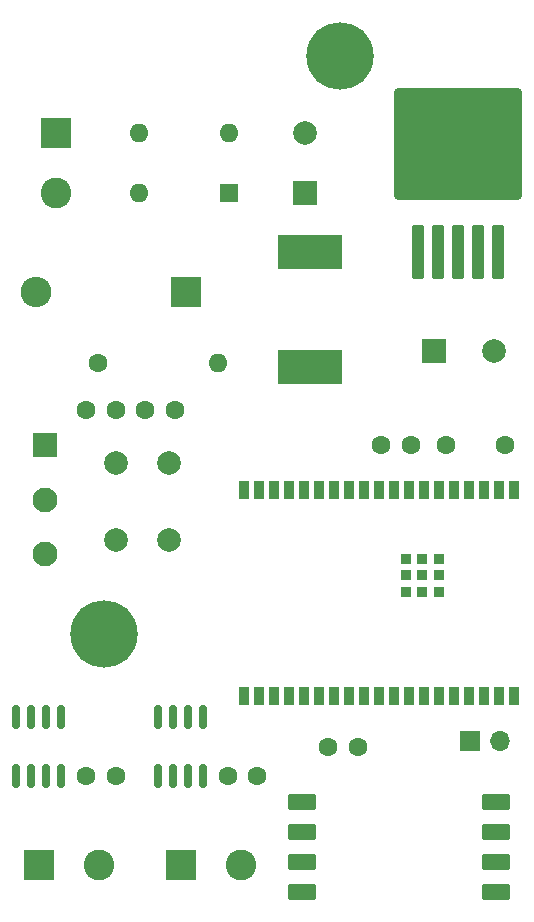
<source format=gbr>
%TF.GenerationSoftware,KiCad,Pcbnew,8.0.8*%
%TF.CreationDate,2025-02-09T13:51:33-05:00*%
%TF.ProjectId,ESPHomeACMonitor,45535048-6f6d-4654-9143-4d6f6e69746f,rev?*%
%TF.SameCoordinates,Original*%
%TF.FileFunction,Soldermask,Top*%
%TF.FilePolarity,Negative*%
%FSLAX46Y46*%
G04 Gerber Fmt 4.6, Leading zero omitted, Abs format (unit mm)*
G04 Created by KiCad (PCBNEW 8.0.8) date 2025-02-09 13:51:33*
%MOMM*%
%LPD*%
G01*
G04 APERTURE LIST*
G04 Aperture macros list*
%AMRoundRect*
0 Rectangle with rounded corners*
0 $1 Rounding radius*
0 $2 $3 $4 $5 $6 $7 $8 $9 X,Y pos of 4 corners*
0 Add a 4 corners polygon primitive as box body*
4,1,4,$2,$3,$4,$5,$6,$7,$8,$9,$2,$3,0*
0 Add four circle primitives for the rounded corners*
1,1,$1+$1,$2,$3*
1,1,$1+$1,$4,$5*
1,1,$1+$1,$6,$7*
1,1,$1+$1,$8,$9*
0 Add four rect primitives between the rounded corners*
20,1,$1+$1,$2,$3,$4,$5,0*
20,1,$1+$1,$4,$5,$6,$7,0*
20,1,$1+$1,$6,$7,$8,$9,0*
20,1,$1+$1,$8,$9,$2,$3,0*%
G04 Aperture macros list end*
%ADD10C,5.700000*%
%ADD11RoundRect,0.150000X0.150000X-0.825000X0.150000X0.825000X-0.150000X0.825000X-0.150000X-0.825000X0*%
%ADD12RoundRect,0.250000X0.950000X0.425000X-0.950000X0.425000X-0.950000X-0.425000X0.950000X-0.425000X0*%
%ADD13R,0.900000X1.500000*%
%ADD14R,0.900000X0.900000*%
%ADD15C,2.000000*%
%ADD16O,1.600000X1.600000*%
%ADD17C,1.600000*%
%ADD18R,5.400000X2.900000*%
%ADD19R,1.700000X1.700000*%
%ADD20O,1.700000X1.700000*%
%ADD21R,2.600000X2.600000*%
%ADD22C,2.600000*%
%ADD23RoundRect,0.250001X-0.799999X0.799999X-0.799999X-0.799999X0.799999X-0.799999X0.799999X0.799999X0*%
%ADD24C,2.100000*%
%ADD25O,2.600000X2.600000*%
%ADD26R,1.600000X1.600000*%
%ADD27R,2.000000X2.000000*%
%ADD28RoundRect,0.250000X0.300000X-2.050000X0.300000X2.050000X-0.300000X2.050000X-0.300000X-2.050000X0*%
%ADD29RoundRect,0.250002X5.149998X-4.449998X5.149998X4.449998X-5.149998X4.449998X-5.149998X-4.449998X0*%
G04 APERTURE END LIST*
D10*
%TO.C,REF\u002A\u002A*%
X41000000Y-75000000D03*
%TD*%
%TO.C,REF\u002A\u002A*%
X61000000Y-26000000D03*
%TD*%
D11*
%TO.C,U4*%
X33595000Y-82025000D03*
X34865000Y-82025000D03*
X36135000Y-82025000D03*
X37405000Y-82025000D03*
X37405000Y-86975000D03*
X36135000Y-86975000D03*
X34865000Y-86975000D03*
X33595000Y-86975000D03*
%TD*%
%TO.C,U3*%
X45595000Y-82025000D03*
X46865000Y-82025000D03*
X48135000Y-82025000D03*
X49405000Y-82025000D03*
X49405000Y-86975000D03*
X48135000Y-86975000D03*
X46865000Y-86975000D03*
X45595000Y-86975000D03*
%TD*%
D12*
%TO.C,U2*%
X74200000Y-96810000D03*
X74200000Y-94270000D03*
X74200000Y-91730000D03*
X74200000Y-89190000D03*
X57800000Y-89190000D03*
X57800000Y-91730000D03*
X57800000Y-94270000D03*
X57800000Y-96810000D03*
%TD*%
D13*
%TO.C,U1*%
X75755000Y-62750000D03*
X74485000Y-62750000D03*
X73215000Y-62750000D03*
X71945000Y-62750000D03*
X70675000Y-62750000D03*
X69405000Y-62750000D03*
X68135000Y-62750000D03*
X66865000Y-62750000D03*
X65595000Y-62750000D03*
X64325000Y-62750000D03*
X63055000Y-62750000D03*
X61785000Y-62750000D03*
X60515000Y-62750000D03*
X59245000Y-62750000D03*
X57975000Y-62750000D03*
X56705000Y-62750000D03*
X55435000Y-62750000D03*
X54165000Y-62750000D03*
X52895000Y-62750000D03*
X52895000Y-80250000D03*
X54165000Y-80250000D03*
X55435000Y-80250000D03*
X56705000Y-80250000D03*
X57975000Y-80250000D03*
X59245000Y-80250000D03*
X60515000Y-80250000D03*
X61785000Y-80250000D03*
X63055000Y-80250000D03*
X64325000Y-80250000D03*
X65595000Y-80250000D03*
X66865000Y-80250000D03*
X68135000Y-80250000D03*
X69405000Y-80250000D03*
X70675000Y-80250000D03*
X71945000Y-80250000D03*
X73215000Y-80250000D03*
X74485000Y-80250000D03*
X75755000Y-80250000D03*
D14*
X69360000Y-68595000D03*
X67960000Y-68600000D03*
X66560000Y-68600000D03*
X69360000Y-70000000D03*
X67960000Y-70000000D03*
X66560000Y-70000000D03*
X69360000Y-71400000D03*
X67960000Y-71400000D03*
X66560000Y-71400000D03*
%TD*%
D15*
%TO.C,SW1*%
X46500000Y-60500000D03*
X46500000Y-67000000D03*
X42000000Y-60500000D03*
X42000000Y-67000000D03*
%TD*%
D16*
%TO.C,R1*%
X50660000Y-52000000D03*
D17*
X40500000Y-52000000D03*
%TD*%
D18*
%TO.C,L1*%
X58500000Y-42650000D03*
X58500000Y-52350000D03*
%TD*%
D19*
%TO.C,JP1*%
X72000000Y-84000000D03*
D20*
X74540000Y-84000000D03*
%TD*%
D21*
%TO.C,J4*%
X37000000Y-32500000D03*
D22*
X37000000Y-37580000D03*
%TD*%
%TO.C,J3*%
X40580000Y-94500000D03*
D21*
X35500000Y-94500000D03*
%TD*%
D22*
%TO.C,J2*%
X52580000Y-94500000D03*
D21*
X47500000Y-94500000D03*
%TD*%
D23*
%TO.C,J1*%
X36000000Y-59000000D03*
D24*
X36000000Y-63600000D03*
X36000000Y-68200000D03*
%TD*%
D21*
%TO.C,D2*%
X48000000Y-46000000D03*
D25*
X35300000Y-46000000D03*
%TD*%
D16*
%TO.C,D1*%
X44000000Y-37580000D03*
X44000000Y-32500000D03*
X51620000Y-32500000D03*
D26*
X51620000Y-37580000D03*
%TD*%
D27*
%TO.C,C9*%
X69000000Y-51000000D03*
D15*
X74000000Y-51000000D03*
%TD*%
D27*
%TO.C,C8*%
X58000000Y-37580000D03*
D15*
X58000000Y-32580000D03*
%TD*%
D17*
%TO.C,C7*%
X62500000Y-84500000D03*
X60000000Y-84500000D03*
%TD*%
%TO.C,C6*%
X39500000Y-87000000D03*
X42000000Y-87000000D03*
%TD*%
%TO.C,C5*%
X54000000Y-87000000D03*
X51500000Y-87000000D03*
%TD*%
%TO.C,C4*%
X39500000Y-56000000D03*
X42000000Y-56000000D03*
%TD*%
%TO.C,C1*%
X70000000Y-59000000D03*
X75000000Y-59000000D03*
%TD*%
D28*
%TO.C,U5*%
X74400000Y-42650000D03*
X72700000Y-42650000D03*
D29*
X71000000Y-33500000D03*
D28*
X71000000Y-42650000D03*
X69300000Y-42650000D03*
X67600000Y-42650000D03*
%TD*%
D17*
%TO.C,C3*%
X44500000Y-56000000D03*
X47000000Y-56000000D03*
%TD*%
%TO.C,C2*%
X67000000Y-59000000D03*
X64500000Y-59000000D03*
%TD*%
M02*

</source>
